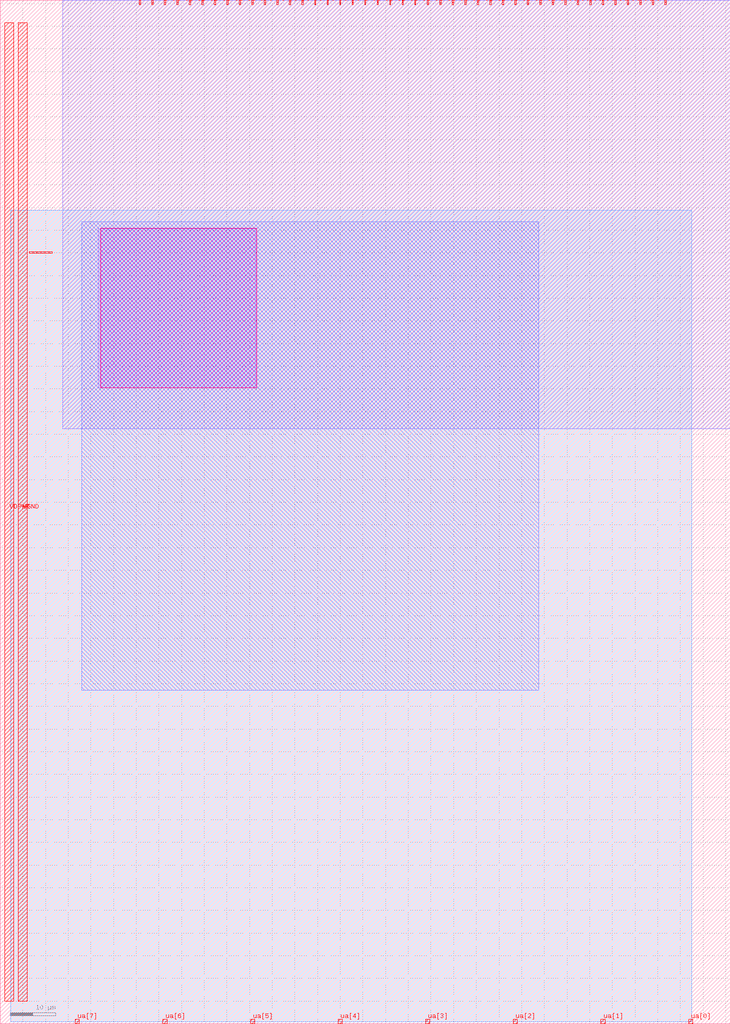
<source format=lef>
VERSION 5.7 ;
  NOWIREEXTENSIONATPIN ON ;
  DIVIDERCHAR "/" ;
  BUSBITCHARS "[]" ;
MACRO tt_um_analog_example
  CLASS BLOCK ;
  FOREIGN tt_um_analog_example ;
  ORIGIN 0.000 0.000 ;
  SIZE 161.000 BY 225.760 ;
  PIN clk
    DIRECTION INPUT ;
    USE SIGNAL ;
    PORT
      LAYER met4 ;
        RECT 143.830 224.760 144.130 225.760 ;
    END
  END clk
  PIN ena
    DIRECTION INPUT ;
    USE SIGNAL ;
    PORT
      LAYER met4 ;
        RECT 146.590 224.760 146.890 225.760 ;
    END
  END ena
  PIN rst_n
    DIRECTION INPUT ;
    USE SIGNAL ;
    PORT
      LAYER met4 ;
        RECT 141.070 224.760 141.370 225.760 ;
    END
  END rst_n
  PIN ua[0]
    DIRECTION INOUT ;
    USE SIGNAL ;
    ANTENNADIFFAREA 0.445500 ;
    PORT
      LAYER met4 ;
        RECT 151.810 0.000 152.710 1.000 ;
    END
  END ua[0]
  PIN ua[1]
    DIRECTION INOUT ;
    USE SIGNAL ;
    ANTENNAGATEAREA 0.247500 ;
    PORT
      LAYER met4 ;
        RECT 132.490 0.000 133.390 1.000 ;
    END
  END ua[1]
  PIN ua[2]
    DIRECTION INOUT ;
    USE SIGNAL ;
    ANTENNAGATEAREA 0.247500 ;
    PORT
      LAYER met4 ;
        RECT 113.170 0.000 114.070 1.000 ;
    END
  END ua[2]
  PIN ua[3]
    DIRECTION INOUT ;
    USE SIGNAL ;
    PORT
      LAYER met4 ;
        RECT 93.850 0.000 94.750 1.000 ;
    END
  END ua[3]
  PIN ua[4]
    DIRECTION INOUT ;
    USE SIGNAL ;
    PORT
      LAYER met4 ;
        RECT 74.530 0.000 75.430 1.000 ;
    END
  END ua[4]
  PIN ua[5]
    DIRECTION INOUT ;
    USE SIGNAL ;
    PORT
      LAYER met4 ;
        RECT 55.210 0.000 56.110 1.000 ;
    END
  END ua[5]
  PIN ua[6]
    DIRECTION INOUT ;
    USE SIGNAL ;
    PORT
      LAYER met4 ;
        RECT 35.890 0.000 36.790 1.000 ;
    END
  END ua[6]
  PIN ua[7]
    DIRECTION INOUT ;
    USE SIGNAL ;
    PORT
      LAYER met4 ;
        RECT 16.570 0.000 17.470 1.000 ;
    END
  END ua[7]
  PIN ui_in[0]
    DIRECTION INPUT ;
    USE SIGNAL ;
    PORT
      LAYER met4 ;
        RECT 138.310 224.760 138.610 225.760 ;
    END
  END ui_in[0]
  PIN ui_in[1]
    DIRECTION INPUT ;
    USE SIGNAL ;
    PORT
      LAYER met4 ;
        RECT 135.550 224.760 135.850 225.760 ;
    END
  END ui_in[1]
  PIN ui_in[2]
    DIRECTION INPUT ;
    USE SIGNAL ;
    PORT
      LAYER met4 ;
        RECT 132.790 224.760 133.090 225.760 ;
    END
  END ui_in[2]
  PIN ui_in[3]
    DIRECTION INPUT ;
    USE SIGNAL ;
    PORT
      LAYER met4 ;
        RECT 130.030 224.760 130.330 225.760 ;
    END
  END ui_in[3]
  PIN ui_in[4]
    DIRECTION INPUT ;
    USE SIGNAL ;
    PORT
      LAYER met4 ;
        RECT 127.270 224.760 127.570 225.760 ;
    END
  END ui_in[4]
  PIN ui_in[5]
    DIRECTION INPUT ;
    USE SIGNAL ;
    PORT
      LAYER met4 ;
        RECT 124.510 224.760 124.810 225.760 ;
    END
  END ui_in[5]
  PIN ui_in[6]
    DIRECTION INPUT ;
    USE SIGNAL ;
    PORT
      LAYER met4 ;
        RECT 121.750 224.760 122.050 225.760 ;
    END
  END ui_in[6]
  PIN ui_in[7]
    DIRECTION INPUT ;
    USE SIGNAL ;
    PORT
      LAYER met4 ;
        RECT 118.990 224.760 119.290 225.760 ;
    END
  END ui_in[7]
  PIN uio_in[0]
    DIRECTION INPUT ;
    USE SIGNAL ;
    PORT
      LAYER met4 ;
        RECT 116.230 224.760 116.530 225.760 ;
    END
  END uio_in[0]
  PIN uio_in[1]
    DIRECTION INPUT ;
    USE SIGNAL ;
    PORT
      LAYER met4 ;
        RECT 113.470 224.760 113.770 225.760 ;
    END
  END uio_in[1]
  PIN uio_in[2]
    DIRECTION INPUT ;
    USE SIGNAL ;
    PORT
      LAYER met4 ;
        RECT 110.710 224.760 111.010 225.760 ;
    END
  END uio_in[2]
  PIN uio_in[3]
    DIRECTION INPUT ;
    USE SIGNAL ;
    PORT
      LAYER met4 ;
        RECT 107.950 224.760 108.250 225.760 ;
    END
  END uio_in[3]
  PIN uio_in[4]
    DIRECTION INPUT ;
    USE SIGNAL ;
    PORT
      LAYER met4 ;
        RECT 105.190 224.760 105.490 225.760 ;
    END
  END uio_in[4]
  PIN uio_in[5]
    DIRECTION INPUT ;
    USE SIGNAL ;
    PORT
      LAYER met4 ;
        RECT 102.430 224.760 102.730 225.760 ;
    END
  END uio_in[5]
  PIN uio_in[6]
    DIRECTION INPUT ;
    USE SIGNAL ;
    PORT
      LAYER met4 ;
        RECT 99.670 224.760 99.970 225.760 ;
    END
  END uio_in[6]
  PIN uio_in[7]
    DIRECTION INPUT ;
    USE SIGNAL ;
    PORT
      LAYER met4 ;
        RECT 96.910 224.760 97.210 225.760 ;
    END
  END uio_in[7]
  PIN uio_oe[0]
    DIRECTION OUTPUT ;
    USE SIGNAL ;
    PORT
      LAYER met4 ;
        RECT 49.990 224.760 50.290 225.760 ;
    END
  END uio_oe[0]
  PIN uio_oe[1]
    DIRECTION OUTPUT ;
    USE SIGNAL ;
    PORT
      LAYER met4 ;
        RECT 47.230 224.760 47.530 225.760 ;
    END
  END uio_oe[1]
  PIN uio_oe[2]
    DIRECTION OUTPUT ;
    USE SIGNAL ;
    PORT
      LAYER met4 ;
        RECT 44.470 224.760 44.770 225.760 ;
    END
  END uio_oe[2]
  PIN uio_oe[3]
    DIRECTION OUTPUT ;
    USE SIGNAL ;
    PORT
      LAYER met4 ;
        RECT 41.710 224.760 42.010 225.760 ;
    END
  END uio_oe[3]
  PIN uio_oe[4]
    DIRECTION OUTPUT ;
    USE SIGNAL ;
    PORT
      LAYER met4 ;
        RECT 38.950 224.760 39.250 225.760 ;
    END
  END uio_oe[4]
  PIN uio_oe[5]
    DIRECTION OUTPUT ;
    USE SIGNAL ;
    PORT
      LAYER met4 ;
        RECT 36.190 224.760 36.490 225.760 ;
    END
  END uio_oe[5]
  PIN uio_oe[6]
    DIRECTION OUTPUT ;
    USE SIGNAL ;
    PORT
      LAYER met4 ;
        RECT 33.430 224.760 33.730 225.760 ;
    END
  END uio_oe[6]
  PIN uio_oe[7]
    DIRECTION OUTPUT ;
    USE SIGNAL ;
    PORT
      LAYER met4 ;
        RECT 30.670 224.760 30.970 225.760 ;
    END
  END uio_oe[7]
  PIN uio_out[0]
    DIRECTION OUTPUT ;
    USE SIGNAL ;
    PORT
      LAYER met4 ;
        RECT 72.070 224.760 72.370 225.760 ;
    END
  END uio_out[0]
  PIN uio_out[1]
    DIRECTION OUTPUT ;
    USE SIGNAL ;
    PORT
      LAYER met4 ;
        RECT 69.310 224.760 69.610 225.760 ;
    END
  END uio_out[1]
  PIN uio_out[2]
    DIRECTION OUTPUT ;
    USE SIGNAL ;
    PORT
      LAYER met4 ;
        RECT 66.550 224.760 66.850 225.760 ;
    END
  END uio_out[2]
  PIN uio_out[3]
    DIRECTION OUTPUT ;
    USE SIGNAL ;
    PORT
      LAYER met4 ;
        RECT 63.790 224.760 64.090 225.760 ;
    END
  END uio_out[3]
  PIN uio_out[4]
    DIRECTION OUTPUT ;
    USE SIGNAL ;
    PORT
      LAYER met4 ;
        RECT 61.030 224.760 61.330 225.760 ;
    END
  END uio_out[4]
  PIN uio_out[5]
    DIRECTION OUTPUT ;
    USE SIGNAL ;
    PORT
      LAYER met4 ;
        RECT 58.270 224.760 58.570 225.760 ;
    END
  END uio_out[5]
  PIN uio_out[6]
    DIRECTION OUTPUT ;
    USE SIGNAL ;
    PORT
      LAYER met4 ;
        RECT 55.510 224.760 55.810 225.760 ;
    END
  END uio_out[6]
  PIN uio_out[7]
    DIRECTION OUTPUT ;
    USE SIGNAL ;
    PORT
      LAYER met4 ;
        RECT 52.750 224.760 53.050 225.760 ;
    END
  END uio_out[7]
  PIN uo_out[0]
    DIRECTION OUTPUT ;
    USE SIGNAL ;
    PORT
      LAYER met4 ;
        RECT 94.150 224.760 94.450 225.760 ;
    END
  END uo_out[0]
  PIN uo_out[1]
    DIRECTION OUTPUT ;
    USE SIGNAL ;
    PORT
      LAYER met4 ;
        RECT 91.390 224.760 91.690 225.760 ;
    END
  END uo_out[1]
  PIN uo_out[2]
    DIRECTION OUTPUT ;
    USE SIGNAL ;
    PORT
      LAYER met4 ;
        RECT 88.630 224.760 88.930 225.760 ;
    END
  END uo_out[2]
  PIN uo_out[3]
    DIRECTION OUTPUT ;
    USE SIGNAL ;
    PORT
      LAYER met4 ;
        RECT 85.870 224.760 86.170 225.760 ;
    END
  END uo_out[3]
  PIN uo_out[4]
    DIRECTION OUTPUT ;
    USE SIGNAL ;
    PORT
      LAYER met4 ;
        RECT 83.110 224.760 83.410 225.760 ;
    END
  END uo_out[4]
  PIN uo_out[5]
    DIRECTION OUTPUT ;
    USE SIGNAL ;
    PORT
      LAYER met4 ;
        RECT 80.350 224.760 80.650 225.760 ;
    END
  END uo_out[5]
  PIN uo_out[6]
    DIRECTION OUTPUT ;
    USE SIGNAL ;
    PORT
      LAYER met4 ;
        RECT 77.590 224.760 77.890 225.760 ;
    END
  END uo_out[6]
  PIN uo_out[7]
    DIRECTION OUTPUT ;
    USE SIGNAL ;
    PORT
      LAYER met4 ;
        RECT 74.830 224.760 75.130 225.760 ;
    END
  END uo_out[7]
  PIN VDPWR
    DIRECTION INOUT ;
    USE POWER ;
    PORT
      LAYER met4 ;
        RECT 1.000 5.000 3.000 220.760 ;
    END
  END VDPWR
  PIN VGND
    DIRECTION INOUT ;
    USE GROUND ;
    PORT
      LAYER met4 ;
        RECT 4.000 5.000 6.000 220.760 ;
    END
  END VGND
  OBS
      LAYER nwell ;
        RECT 22.190 140.315 56.570 175.460 ;
      LAYER li1 ;
        RECT 21.630 140.305 56.380 175.355 ;
      LAYER met1 ;
        RECT 13.780 131.250 161.000 225.750 ;
      LAYER met2 ;
        RECT 17.980 73.565 118.730 176.885 ;
      LAYER met3 ;
        RECT 2.325 0.445 152.485 179.400 ;
      LAYER met4 ;
        RECT 6.400 169.885 11.445 170.215 ;
  END
END tt_um_analog_example
END LIBRARY


</source>
